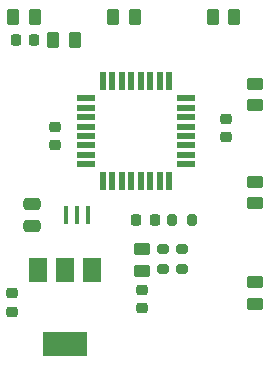
<source format=gtp>
G04 #@! TF.GenerationSoftware,KiCad,Pcbnew,(6.0.9)*
G04 #@! TF.CreationDate,2023-02-23T12:45:50+09:00*
G04 #@! TF.ProjectId,AMS_Temp_SMD,414d535f-5465-46d7-905f-534d442e6b69,rev?*
G04 #@! TF.SameCoordinates,Original*
G04 #@! TF.FileFunction,Paste,Top*
G04 #@! TF.FilePolarity,Positive*
%FSLAX46Y46*%
G04 Gerber Fmt 4.6, Leading zero omitted, Abs format (unit mm)*
G04 Created by KiCad (PCBNEW (6.0.9)) date 2023-02-23 12:45:50*
%MOMM*%
%LPD*%
G01*
G04 APERTURE LIST*
G04 Aperture macros list*
%AMRoundRect*
0 Rectangle with rounded corners*
0 $1 Rounding radius*
0 $2 $3 $4 $5 $6 $7 $8 $9 X,Y pos of 4 corners*
0 Add a 4 corners polygon primitive as box body*
4,1,4,$2,$3,$4,$5,$6,$7,$8,$9,$2,$3,0*
0 Add four circle primitives for the rounded corners*
1,1,$1+$1,$2,$3*
1,1,$1+$1,$4,$5*
1,1,$1+$1,$6,$7*
1,1,$1+$1,$8,$9*
0 Add four rect primitives between the rounded corners*
20,1,$1+$1,$2,$3,$4,$5,0*
20,1,$1+$1,$4,$5,$6,$7,0*
20,1,$1+$1,$6,$7,$8,$9,0*
20,1,$1+$1,$8,$9,$2,$3,0*%
G04 Aperture macros list end*
%ADD10RoundRect,0.250000X0.450000X-0.262500X0.450000X0.262500X-0.450000X0.262500X-0.450000X-0.262500X0*%
%ADD11RoundRect,0.225000X-0.250000X0.225000X-0.250000X-0.225000X0.250000X-0.225000X0.250000X0.225000X0*%
%ADD12RoundRect,0.250000X0.262500X0.450000X-0.262500X0.450000X-0.262500X-0.450000X0.262500X-0.450000X0*%
%ADD13RoundRect,0.225000X0.225000X0.250000X-0.225000X0.250000X-0.225000X-0.250000X0.225000X-0.250000X0*%
%ADD14RoundRect,0.218750X-0.218750X-0.256250X0.218750X-0.256250X0.218750X0.256250X-0.218750X0.256250X0*%
%ADD15R,0.300000X1.600000*%
%ADD16RoundRect,0.250000X0.475000X-0.250000X0.475000X0.250000X-0.475000X0.250000X-0.475000X-0.250000X0*%
%ADD17R,1.600000X0.550000*%
%ADD18R,0.550000X1.600000*%
%ADD19RoundRect,0.250000X-0.450000X0.262500X-0.450000X-0.262500X0.450000X-0.262500X0.450000X0.262500X0*%
%ADD20RoundRect,0.200000X-0.275000X0.200000X-0.275000X-0.200000X0.275000X-0.200000X0.275000X0.200000X0*%
%ADD21RoundRect,0.200000X0.200000X0.275000X-0.200000X0.275000X-0.200000X-0.275000X0.200000X-0.275000X0*%
%ADD22R,3.800000X2.000000*%
%ADD23R,1.500000X2.000000*%
%ADD24RoundRect,0.218750X0.256250X-0.218750X0.256250X0.218750X-0.256250X0.218750X-0.256250X-0.218750X0*%
G04 APERTURE END LIST*
D10*
G04 #@! TO.C,R8*
X131700000Y-83112500D03*
X131700000Y-81287500D03*
G04 #@! TD*
D11*
G04 #@! TO.C,C4*
X114700000Y-76625000D03*
X114700000Y-78175000D03*
G04 #@! TD*
D12*
G04 #@! TO.C,R5*
X121512500Y-67300000D03*
X119687500Y-67300000D03*
G04 #@! TD*
D13*
G04 #@! TO.C,C5*
X112975000Y-69300000D03*
X111425000Y-69300000D03*
G04 #@! TD*
D14*
G04 #@! TO.C,D1*
X121612500Y-84500000D03*
X123187500Y-84500000D03*
G04 #@! TD*
D10*
G04 #@! TO.C,R7*
X131700000Y-91612500D03*
X131700000Y-89787500D03*
G04 #@! TD*
D12*
G04 #@! TO.C,R4*
X129912500Y-67300000D03*
X128087500Y-67300000D03*
G04 #@! TD*
D11*
G04 #@! TO.C,C3*
X129200000Y-75925000D03*
X129200000Y-77475000D03*
G04 #@! TD*
D15*
G04 #@! TO.C,Y1*
X117550000Y-84075000D03*
X116600000Y-84075000D03*
X115650000Y-84075000D03*
G04 #@! TD*
D16*
G04 #@! TO.C,C2*
X112800000Y-85050000D03*
X112800000Y-83150000D03*
G04 #@! TD*
D17*
G04 #@! TO.C,U1*
X117350000Y-74200000D03*
X117350000Y-75000000D03*
X117350000Y-75800000D03*
X117350000Y-76600000D03*
X117350000Y-77400000D03*
X117350000Y-78200000D03*
X117350000Y-79000000D03*
X117350000Y-79800000D03*
D18*
X118800000Y-81250000D03*
X119600000Y-81250000D03*
X120400000Y-81250000D03*
X121200000Y-81250000D03*
X122000000Y-81250000D03*
X122800000Y-81250000D03*
X123600000Y-81250000D03*
X124400000Y-81250000D03*
D17*
X125850000Y-79800000D03*
X125850000Y-79000000D03*
X125850000Y-78200000D03*
X125850000Y-77400000D03*
X125850000Y-76600000D03*
X125850000Y-75800000D03*
X125850000Y-75000000D03*
X125850000Y-74200000D03*
D18*
X124400000Y-72750000D03*
X123600000Y-72750000D03*
X122800000Y-72750000D03*
X122000000Y-72750000D03*
X121200000Y-72750000D03*
X120400000Y-72750000D03*
X119600000Y-72750000D03*
X118800000Y-72750000D03*
G04 #@! TD*
D19*
G04 #@! TO.C,R11*
X122100000Y-86987500D03*
X122100000Y-88812500D03*
G04 #@! TD*
D10*
G04 #@! TO.C,R3*
X131700000Y-74812500D03*
X131700000Y-72987500D03*
G04 #@! TD*
D11*
G04 #@! TO.C,C1*
X111100000Y-90725000D03*
X111100000Y-92275000D03*
G04 #@! TD*
D12*
G04 #@! TO.C,R2*
X116412500Y-69300000D03*
X114587500Y-69300000D03*
G04 #@! TD*
D20*
G04 #@! TO.C,R10*
X123900000Y-86975000D03*
X123900000Y-88625000D03*
G04 #@! TD*
G04 #@! TO.C,R9*
X125500000Y-86975000D03*
X125500000Y-88625000D03*
G04 #@! TD*
D21*
G04 #@! TO.C,R1*
X126325000Y-84500000D03*
X124675000Y-84500000D03*
G04 #@! TD*
D22*
G04 #@! TO.C,U2*
X115600000Y-95050000D03*
D23*
X117900000Y-88750000D03*
X115600000Y-88750000D03*
X113300000Y-88750000D03*
G04 #@! TD*
D12*
G04 #@! TO.C,R6*
X113012500Y-67300000D03*
X111187500Y-67300000D03*
G04 #@! TD*
D24*
G04 #@! TO.C,D2*
X122100000Y-91987500D03*
X122100000Y-90412500D03*
G04 #@! TD*
M02*

</source>
